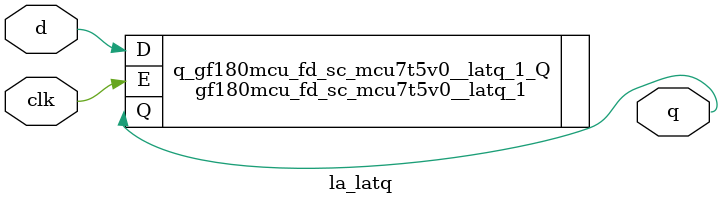
<source format=v>
/* Generated by Yosys 0.37 (git sha1 a5c7f69ed, clang 14.0.0-1ubuntu1.1 -fPIC -Os) */

module la_latq(d, clk, q);
  input clk;
  wire clk;
  input d;
  wire d;
  output q;
  wire q;
  gf180mcu_fd_sc_mcu7t5v0__latq_1 q_gf180mcu_fd_sc_mcu7t5v0__latq_1_Q (
    .D(d),
    .E(clk),
    .Q(q)
  );
endmodule

</source>
